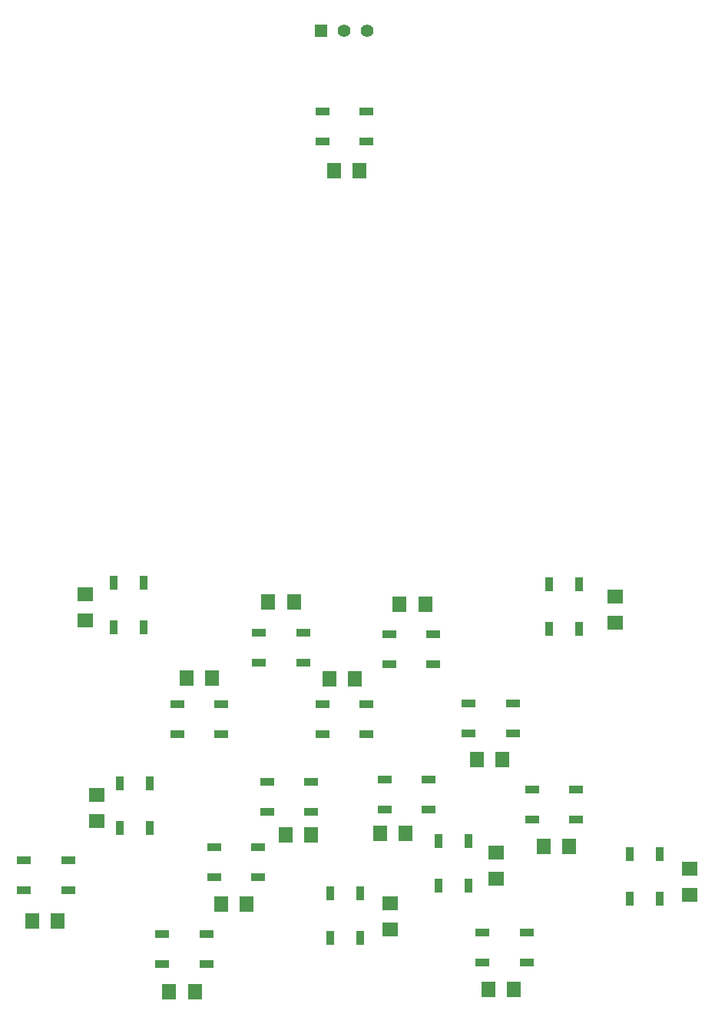
<source format=gts>
G04 ( created by brdgerber.py ( brdgerber.py v0.1 2014-03-12 ) ) date 2021-05-05 23:48:47 EDT*
G04 Gerber Fmt 3.4, Leading zero omitted, Abs format*
%MOIN*%
%FSLAX34Y34*%
G01*
G70*
G90*
G04 APERTURE LIST*
%ADD11C,0.0550*%
%ADD12R,0.0590X0.0354*%
%ADD14R,0.0629X0.0709*%
%ADD10R,0.0550X0.0550*%
%ADD13R,0.0354X0.0590*%
%ADD15R,0.0709X0.0629*%
G04 APERTURE END LIST*
G54D11*
D10*
X-27200Y31200D03*
D11*
X-26200Y31200D03*
D11*
X-25200Y31200D03*
D12*
X-31536Y00701D03*
D12*
X-31536Y01999D03*
D12*
X-33464Y00701D03*
D12*
X-33464Y01999D03*
D12*
X-25236Y26401D03*
D12*
X-25236Y27699D03*
D12*
X-27164Y26401D03*
D12*
X-27164Y27699D03*
D13*
X-16001Y07214D03*
D13*
X-17299Y07214D03*
D13*
X-16001Y05286D03*
D13*
X-17299Y05286D03*
D12*
X-18064Y-01701D03*
D12*
X-18064Y-02999D03*
D12*
X-16136Y-01701D03*
D12*
X-16136Y-02999D03*
D12*
X-18886Y00751D03*
D12*
X-18886Y02049D03*
D12*
X-20814Y00751D03*
D12*
X-20814Y02049D03*
D12*
X-38186Y-06049D03*
D12*
X-38186Y-04751D03*
D12*
X-40114Y-06049D03*
D12*
X-40114Y-04751D03*
D12*
X-25236Y00701D03*
D12*
X-25236Y01999D03*
D12*
X-27164Y00701D03*
D12*
X-27164Y01999D03*
D12*
X-24464Y-01251D03*
D12*
X-24464Y-02549D03*
D12*
X-22536Y-01251D03*
D12*
X-22536Y-02549D03*
D13*
X-26799Y-08114D03*
D13*
X-25501Y-08114D03*
D13*
X-26799Y-06186D03*
D13*
X-25501Y-06186D03*
D13*
X-22099Y-05864D03*
D13*
X-20801Y-05864D03*
D13*
X-22099Y-03936D03*
D13*
X-20801Y-03936D03*
D12*
X-29936Y-05499D03*
D12*
X-29936Y-04201D03*
D12*
X-31864Y-05499D03*
D12*
X-31864Y-04201D03*
D13*
X-34651Y-01436D03*
D13*
X-35949Y-01436D03*
D13*
X-34651Y-03364D03*
D13*
X-35949Y-03364D03*
D13*
X-34901Y07264D03*
D13*
X-36199Y07264D03*
D13*
X-34901Y05336D03*
D13*
X-36199Y05336D03*
D13*
X-12501Y-04486D03*
D13*
X-13799Y-04486D03*
D13*
X-12501Y-06414D03*
D13*
X-13799Y-06414D03*
D12*
X-18286Y-09199D03*
D12*
X-18286Y-07901D03*
D12*
X-20214Y-09199D03*
D12*
X-20214Y-07901D03*
D12*
X-32186Y-09249D03*
D12*
X-32186Y-07951D03*
D12*
X-34114Y-09249D03*
D12*
X-34114Y-07951D03*
D12*
X-24264Y05049D03*
D12*
X-24264Y03751D03*
D12*
X-22336Y05049D03*
D12*
X-22336Y03751D03*
D12*
X-29564Y-01351D03*
D12*
X-29564Y-02649D03*
D12*
X-27636Y-01351D03*
D12*
X-27636Y-02649D03*
D12*
X-29914Y05099D03*
D12*
X-29914Y03801D03*
D12*
X-27986Y05099D03*
D12*
X-27986Y03801D03*
D14*
X-25541Y25150D03*
D14*
X-26659Y25150D03*
D15*
X-37450Y06759D03*
D15*
X-37450Y05641D03*
D14*
X-29509Y06450D03*
D14*
X-28391Y06450D03*
D14*
X-23809Y06350D03*
D14*
X-22691Y06350D03*
D15*
X-14450Y06659D03*
D15*
X-14450Y05541D03*
D14*
X-31941Y03150D03*
D14*
X-33059Y03150D03*
D14*
X-25741Y03100D03*
D14*
X-26859Y03100D03*
D14*
X-19341Y-00400D03*
D14*
X-20459Y-00400D03*
D15*
X-36950Y-01941D03*
D15*
X-36950Y-03059D03*
D14*
X-28759Y-03650D03*
D14*
X-27641Y-03650D03*
D14*
X-24659Y-03600D03*
D14*
X-23541Y-03600D03*
D14*
X-17559Y-04150D03*
D14*
X-16441Y-04150D03*
D14*
X-18841Y-10350D03*
D14*
X-19959Y-10350D03*
D15*
X-11200Y-05141D03*
D15*
X-11200Y-06259D03*
D15*
X-19600Y-05559D03*
D15*
X-19600Y-04441D03*
D15*
X-24200Y-07759D03*
D15*
X-24200Y-06641D03*
D14*
X-30441Y-06650D03*
D14*
X-31559Y-06650D03*
D14*
X-32691Y-10450D03*
D14*
X-33809Y-10450D03*
D14*
X-38641Y-07400D03*
D14*
X-39759Y-07400D03*
M02*

</source>
